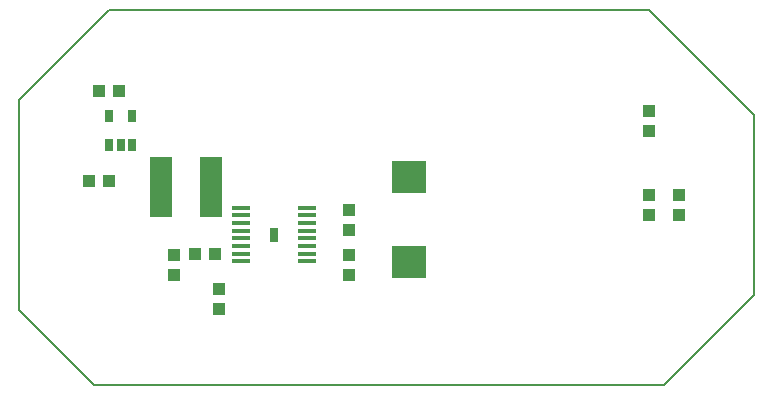
<source format=gtp>
G75*
%MOIN*%
%OFA0B0*%
%FSLAX25Y25*%
%IPPOS*%
%LPD*%
%AMOC8*
5,1,8,0,0,1.08239X$1,22.5*
%
%ADD10C,0.00600*%
%ADD11R,0.02756X0.03937*%
%ADD12R,0.04331X0.03937*%
%ADD13R,0.06299X0.01181*%
%ADD14R,0.02500X0.05000*%
%ADD15R,0.03937X0.04331*%
%ADD16R,0.11811X0.10630*%
%ADD17R,0.07480X0.20079*%
D10*
X0026300Y0001300D02*
X0001300Y0026300D01*
X0001300Y0096300D01*
X0031300Y0126300D01*
X0211300Y0126300D01*
X0246300Y0091300D01*
X0246300Y0031300D01*
X0216300Y0001300D01*
X0026300Y0001300D01*
D11*
X0031300Y0081300D03*
X0035040Y0081300D03*
X0038780Y0081300D03*
X0038780Y0090749D03*
X0031300Y0090749D03*
D12*
X0027954Y0099300D03*
X0034646Y0099300D03*
X0031146Y0069300D03*
X0024454Y0069300D03*
X0059954Y0044800D03*
X0066646Y0044800D03*
D13*
X0075276Y0044935D03*
X0075276Y0042376D03*
X0075276Y0047494D03*
X0075276Y0050053D03*
X0075276Y0052612D03*
X0075276Y0055171D03*
X0075276Y0057730D03*
X0075276Y0060289D03*
X0097324Y0060289D03*
X0097324Y0057730D03*
X0097324Y0055171D03*
X0097324Y0052612D03*
X0097324Y0050053D03*
X0097324Y0047494D03*
X0097324Y0044935D03*
X0097324Y0042376D03*
D14*
X0086300Y0051300D03*
D15*
X0111300Y0052954D03*
X0111300Y0059646D03*
X0111300Y0044646D03*
X0111300Y0037954D03*
X0067800Y0033146D03*
X0067800Y0026454D03*
X0052800Y0037954D03*
X0052800Y0044646D03*
X0211300Y0057954D03*
X0221300Y0057954D03*
X0221300Y0064646D03*
X0211300Y0064646D03*
X0211300Y0085954D03*
X0211300Y0092646D03*
D16*
X0131300Y0070473D03*
X0131300Y0042127D03*
D17*
X0065068Y0067300D03*
X0048532Y0067300D03*
M02*

</source>
